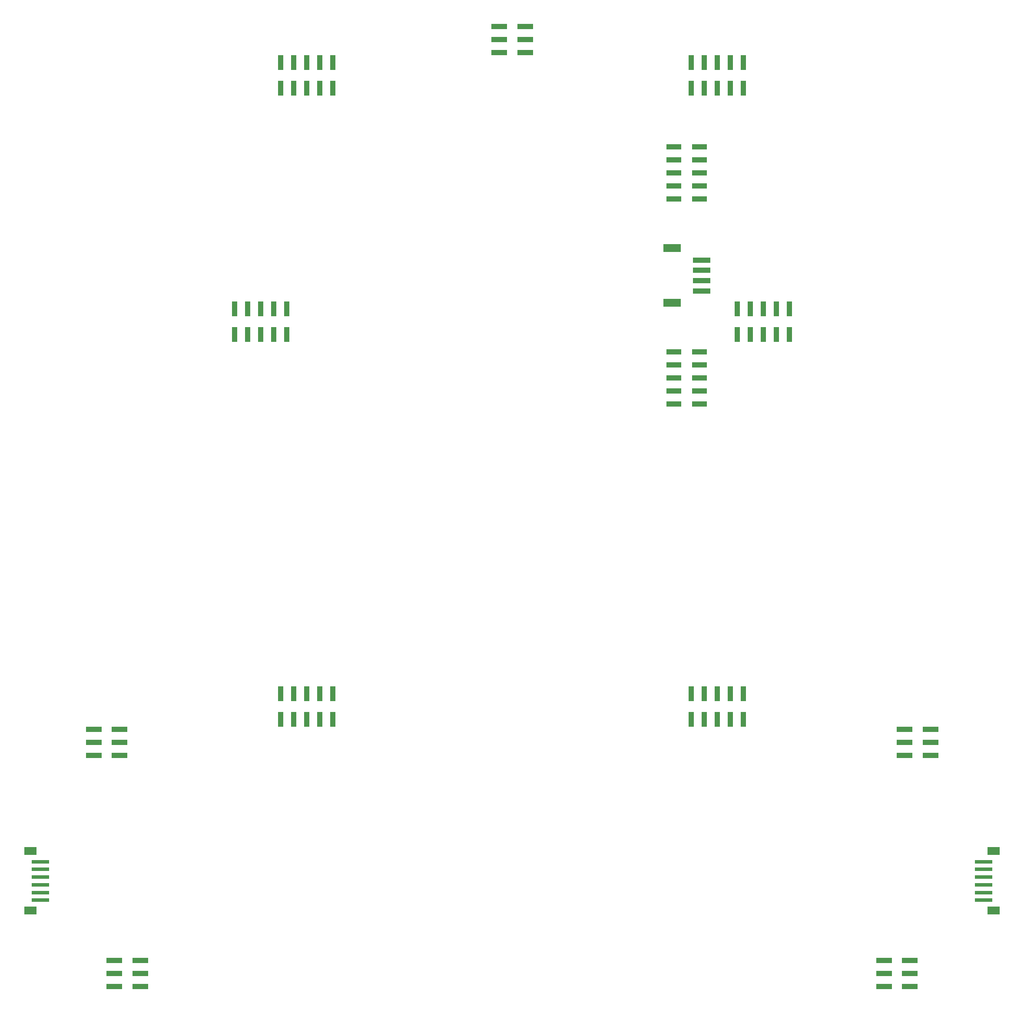
<source format=gtp>
G04 #@! TF.GenerationSoftware,KiCad,Pcbnew,(6.0.8)*
G04 #@! TF.CreationDate,2022-10-11T11:52:18+01:00*
G04 #@! TF.ProjectId,NB3_body,4e42335f-626f-4647-992e-6b696361645f,0.0.3*
G04 #@! TF.SameCoordinates,PX76bb820PYd4ab5c0*
G04 #@! TF.FileFunction,Paste,Top*
G04 #@! TF.FilePolarity,Positive*
%FSLAX46Y46*%
G04 Gerber Fmt 4.6, Leading zero omitted, Abs format (unit mm)*
G04 Created by KiCad (PCBNEW (6.0.8)) date 2022-10-11 11:52:18*
%MOMM*%
%LPD*%
G01*
G04 APERTURE LIST*
%ADD10R,3.150000X1.000000*%
%ADD11R,3.403600X0.711200*%
%ADD12R,2.387600X1.600200*%
%ADD13R,1.000000X3.000000*%
%ADD14R,3.000000X1.000000*%
%ADD15R,3.505200X1.600200*%
%ADD16R,3.505200X0.990600*%
G04 APERTURE END LIST*
D10*
X72475000Y12540000D03*
X77525000Y12540000D03*
X72475000Y10000000D03*
X77525000Y10000000D03*
X72475000Y7460000D03*
X77525000Y7460000D03*
X-77525000Y12540000D03*
X-72475000Y12540000D03*
X-77525000Y10000000D03*
X-72475000Y10000000D03*
X-77525000Y7460000D03*
X-72475000Y7460000D03*
D11*
X-91903500Y24250000D03*
X-91903500Y25749999D03*
X-91903500Y27249999D03*
X-91903500Y28750001D03*
X-91903500Y30250001D03*
X-91903500Y31750000D03*
D12*
X-93853501Y22199999D03*
X-93853501Y33800001D03*
D11*
X91903500Y31750000D03*
X91903500Y30250001D03*
X91903500Y28750001D03*
X91903500Y27249999D03*
X91903500Y25749999D03*
X91903500Y24250000D03*
D12*
X93853501Y33800001D03*
X93853501Y22199999D03*
D10*
X-2525000Y194540000D03*
X2525000Y194540000D03*
X-2525000Y192000000D03*
X2525000Y192000000D03*
X-2525000Y189460000D03*
X2525000Y189460000D03*
X76475000Y57540000D03*
X81525000Y57540000D03*
X76475000Y55000000D03*
X81525000Y55000000D03*
X76475000Y52460000D03*
X81525000Y52460000D03*
D13*
X-45080000Y187520000D03*
X-45080000Y182480000D03*
X-42540000Y187520000D03*
X-42540000Y182480000D03*
X-40000000Y187520000D03*
X-40000000Y182480000D03*
X-37460000Y187520000D03*
X-37460000Y182480000D03*
X-34920000Y187520000D03*
X-34920000Y182480000D03*
X34920000Y187520000D03*
X34920000Y182480000D03*
X37460000Y187520000D03*
X37460000Y182480000D03*
X40000000Y187520000D03*
X40000000Y182480000D03*
X42540000Y187520000D03*
X42540000Y182480000D03*
X45080000Y187520000D03*
X45080000Y182480000D03*
X43920000Y139520000D03*
X43920000Y134480000D03*
X46460000Y139520000D03*
X46460000Y134480000D03*
X49000000Y139520000D03*
X49000000Y134480000D03*
X51540000Y139520000D03*
X51540000Y134480000D03*
X54080000Y139520000D03*
X54080000Y134480000D03*
D14*
X36520000Y131080000D03*
X31480000Y131080000D03*
X36520000Y128540000D03*
X31480000Y128540000D03*
X36520000Y126000000D03*
X31480000Y126000000D03*
X36520000Y123460000D03*
X31480000Y123460000D03*
X36520000Y120920000D03*
X31480000Y120920000D03*
D13*
X-54080000Y139520000D03*
X-54080000Y134480000D03*
X-51540000Y139520000D03*
X-51540000Y134480000D03*
X-49000000Y139520000D03*
X-49000000Y134480000D03*
X-46460000Y139520000D03*
X-46460000Y134480000D03*
X-43920000Y139520000D03*
X-43920000Y134480000D03*
X-45080000Y64520000D03*
X-45080000Y59480000D03*
X-42540000Y64520000D03*
X-42540000Y59480000D03*
X-40000000Y64520000D03*
X-40000000Y59480000D03*
X-37460000Y64520000D03*
X-37460000Y59480000D03*
X-34920000Y64520000D03*
X-34920000Y59480000D03*
D15*
X31194699Y151350001D03*
X31194699Y140650002D03*
D16*
X36944701Y143000002D03*
X36944701Y145000001D03*
X36944701Y147000002D03*
X36944701Y149000000D03*
D14*
X36520000Y171080000D03*
X31480000Y171080000D03*
X36520000Y168540000D03*
X31480000Y168540000D03*
X36520000Y166000000D03*
X31480000Y166000000D03*
X36520000Y163460000D03*
X31480000Y163460000D03*
X36520000Y160920000D03*
X31480000Y160920000D03*
D10*
X-76475000Y52460000D03*
X-81525000Y52460000D03*
X-76475000Y55000000D03*
X-81525000Y55000000D03*
X-76475000Y57540000D03*
X-81525000Y57540000D03*
D13*
X34920000Y64520000D03*
X34920000Y59480000D03*
X37460000Y64520000D03*
X37460000Y59480000D03*
X40000000Y64520000D03*
X40000000Y59480000D03*
X42540000Y64520000D03*
X42540000Y59480000D03*
X45080000Y64520000D03*
X45080000Y59480000D03*
M02*

</source>
